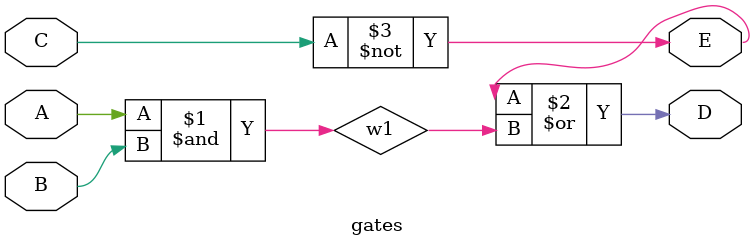
<source format=v>
module gates(A,B,C,D,E);
    output D,E;
    input A,B,C;
    wire w1;

    and #(30) G1(w1, A,B);
    not #(10) G2(E,C);
    or #(20) G3(D,E,w1);
endmodule
</source>
